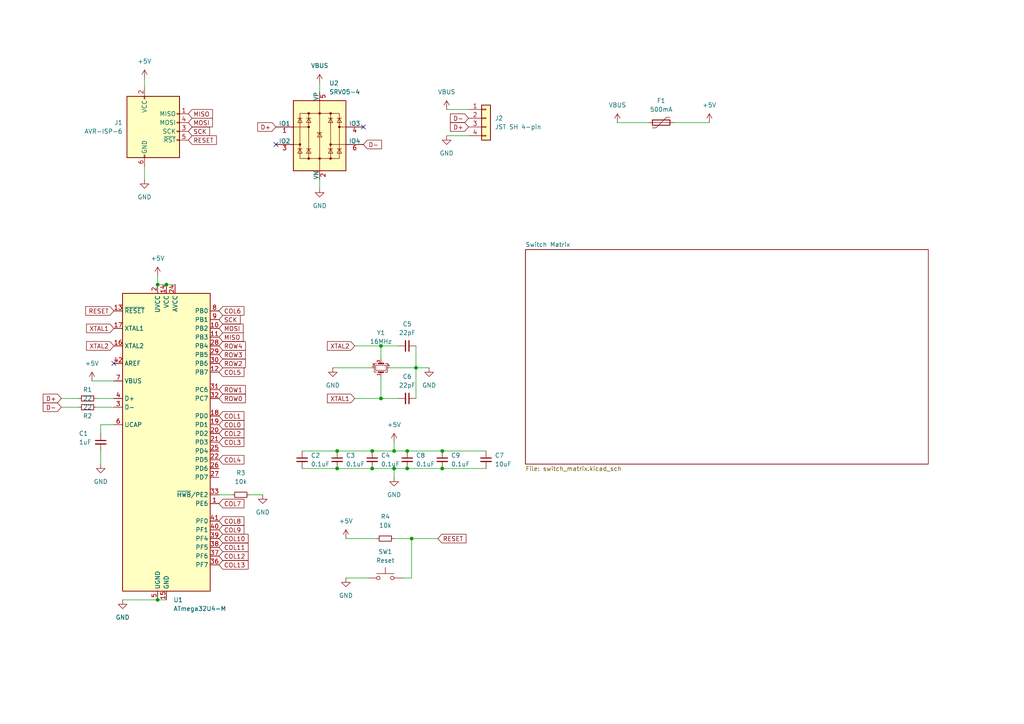
<source format=kicad_sch>
(kicad_sch (version 20211123) (generator eeschema)
  (paper "A4")
  (lib_symbols
    (symbol "Connector:AVR-ISP-6" (pin_names (offset 1.016))
      (property "Reference" "J" (at -6.35 11.43 0))
      (property "Value" "AVR-ISP-6" (at 0 11.43 0))
      (symbol "AVR-ISP-6_0_1"
        (rectangle (start -2.667 -6.858) (end -2.413 -7.62))
        (rectangle (start -2.667 10.16) (end -2.413 9.398))
        (rectangle (start 7.62 -2.413) (end 6.858 -2.667))
        (rectangle (start 7.62 0.127) (end 6.858 -0.127))
        (rectangle (start 7.62 2.667) (end 6.858 2.413))
        (rectangle (start 7.62 5.207) (end 6.858 4.953))
        (rectangle (start 7.62 10.16) (end -7.62 -7.62) (stroke (width 0.254)) (fill (type background)))
      )
      (symbol "AVR-ISP-6_1_1"
        (pin passive line (at 10.16 5.08 180) (length 2.54) (name "MISO") (number "1"))
        (pin passive line (at -2.54 12.7 270) (length 2.54) (name "VCC") (number "2"))
        (pin passive line (at 10.16 0 180) (length 2.54) (name "SCK") (number "3"))
        (pin passive line (at 10.16 2.54 180) (length 2.54) (name "MOSI") (number "4"))
        (pin passive line (at 10.16 -2.54 180) (length 2.54) (name "~{RST}") (number "5"))
        (pin passive line (at -2.54 -10.16 90) (length 2.54) (name "GND") (number "6"))
      )
    )
    (symbol "Connector_Generic:Conn_01x04" (pin_names (offset 1.016) hide)
      (property "Reference" "J" (at 0 5.08 0))
      (property "Value" "Conn_01x04" (at 0 -7.62 0))
      (symbol "Conn_01x04_1_1"
        (rectangle (start -1.27 -4.953) (end 0 -5.207) (stroke (width 0.1524)))
        (rectangle (start -1.27 -2.413) (end 0 -2.667) (stroke (width 0.1524)))
        (rectangle (start -1.27 0.127) (end 0 -0.127) (stroke (width 0.1524)))
        (rectangle (start -1.27 2.667) (end 0 2.413) (stroke (width 0.1524)))
        (rectangle (start -1.27 3.81) (end 1.27 -6.35) (stroke (width 0.254)) (fill (type background)))
        (pin passive line (at -5.08 2.54 0) (length 3.81) (name "Pin_1") (number "1"))
        (pin passive line (at -5.08 0 0) (length 3.81) (name "Pin_2") (number "2"))
        (pin passive line (at -5.08 -2.54 0) (length 3.81) (name "Pin_3") (number "3"))
        (pin passive line (at -5.08 -5.08 0) (length 3.81) (name "Pin_4") (number "4"))
      )
    )
    (symbol "Device:C_Small" (pin_numbers hide) (pin_names (offset 0.254) hide)
      (property "Reference" "C" (at 0.254 1.778 0))
      (property "Value" "C_Small" (at 0.254 -2.032 0))
      (symbol "C_Small_0_1"
        (polyline (pts (xy -1.524 -0.508) (xy 1.524 -0.508)) (stroke (width 0.3302)))
        (polyline (pts (xy -1.524 0.508) (xy 1.524 0.508)) (stroke (width 0.3048)))
      )
      (symbol "C_Small_1_1"
        (pin passive line (at 0 2.54 270) (length 2.032) (name "~") (number "1"))
        (pin passive line (at 0 -2.54 90) (length 2.032) (name "~") (number "2"))
      )
    )
    (symbol "Device:Crystal_GND24_Small" (pin_names (offset 1.016) hide)
      (property "Reference" "Y" (at 1.27 4.445 0))
      (property "Value" "Crystal_GND24_Small" (at 1.27 2.54 0))
      (symbol "Crystal_GND24_Small_0_1"
        (rectangle (start -0.762 -1.524) (end 0.762 1.524))
        (polyline (pts (xy -1.27 -0.762) (xy -1.27 0.762)) (stroke (width 0.381)))
        (polyline (pts (xy 1.27 -0.762) (xy 1.27 0.762)) (stroke (width 0.381)))
        (polyline (pts (xy -1.27 -1.27) (xy -1.27 -1.905) (xy 1.27 -1.905) (xy 1.27 -1.27)))
        (polyline (pts (xy -1.27 1.27) (xy -1.27 1.905) (xy 1.27 1.905) (xy 1.27 1.27)))
      )
      (symbol "Crystal_GND24_Small_1_1"
        (pin passive line (at -2.54 0 0) (length 1.27) (name "1") (number "1"))
        (pin passive line (at 0 -2.54 90) (length 0.635) (name "2") (number "2"))
        (pin passive line (at 2.54 0 180) (length 1.27) (name "3") (number "3"))
        (pin passive line (at 0 2.54 270) (length 0.635) (name "4") (number "4"))
      )
    )
    (symbol "Device:Polyfuse" (pin_numbers hide) (pin_names (offset 0))
      (property "Reference" "F" (at -2.54 0 90))
      (property "Value" "Polyfuse" (at 2.54 0 90))
      (symbol "Polyfuse_0_1"
        (rectangle (start -0.762 2.54) (end 0.762 -2.54) (stroke (width 0.254)))
        (polyline (pts (xy 0 2.54) (xy 0 -2.54)))
        (polyline (pts (xy -1.524 2.54) (xy -1.524 1.524) (xy 1.524 -1.524) (xy 1.524 -2.54)))
      )
      (symbol "Polyfuse_1_1"
        (pin passive line (at 0 3.81 270) (length 1.27) (name "~") (number "1"))
        (pin passive line (at 0 -3.81 90) (length 1.27) (name "~") (number "2"))
      )
    )
    (symbol "Device:R_Small" (pin_numbers hide) (pin_names (offset 0.254) hide)
      (property "Reference" "R" (at 0.762 0.508 0))
      (property "Value" "R_Small" (at 0.762 -1.016 0))
      (symbol "R_Small_0_1"
        (rectangle (start -0.762 1.778) (end 0.762 -1.778) (stroke (width 0.2032)))
      )
      (symbol "R_Small_1_1"
        (pin passive line (at 0 2.54 270) (length 0.762) (name "~") (number "1"))
        (pin passive line (at 0 -2.54 90) (length 0.762) (name "~") (number "2"))
      )
    )
    (symbol "MCU_Microchip_ATmega:ATmega32U4-M"
      (property "Reference" "U" (at -12.7 44.45 0))
      (property "Value" "ATmega32U4-M" (at 2.54 -44.45 0))
      (symbol "ATmega32U4-M_0_1"
        (rectangle (start -12.7 -43.18) (end 12.7 43.18) (stroke (width 0.254)) (fill (type background)))
      )
      (symbol "ATmega32U4-M_1_1"
        (pin bidirectional line (at 15.24 -17.78 180) (length 2.54) (name "PE6") (number "1"))
        (pin bidirectional line (at 15.24 33.02 180) (length 2.54) (name "PB2") (number "10"))
        (pin bidirectional line (at 15.24 30.48 180) (length 2.54) (name "PB3") (number "11"))
        (pin bidirectional line (at 15.24 20.32 180) (length 2.54) (name "PB7") (number "12"))
        (pin input line (at -15.24 38.1 0) (length 2.54) (name "~{RESET}") (number "13"))
        (pin power_in line (at 0 45.72 270) (length 2.54) (name "VCC") (number "14"))
        (pin power_in line (at 0 -45.72 90) (length 2.54) (name "GND") (number "15"))
        (pin output line (at -15.24 27.94 0) (length 2.54) (name "XTAL2") (number "16"))
        (pin input line (at -15.24 33.02 0) (length 2.54) (name "XTAL1") (number "17"))
        (pin bidirectional line (at 15.24 7.62 180) (length 2.54) (name "PD0") (number "18"))
        (pin bidirectional line (at 15.24 5.08 180) (length 2.54) (name "PD1") (number "19"))
        (pin power_in line (at -2.54 45.72 270) (length 2.54) (name "UVCC") (number "2"))
        (pin bidirectional line (at 15.24 2.54 180) (length 2.54) (name "PD2") (number "20"))
        (pin bidirectional line (at 15.24 0 180) (length 2.54) (name "PD3") (number "21"))
        (pin bidirectional line (at 15.24 -5.08 180) (length 2.54) (name "PD5") (number "22"))
        (pin passive line (at 0 -45.72 90) (length 2.54) hide (name "GND") (number "23"))
        (pin power_in line (at 2.54 45.72 270) (length 2.54) (name "AVCC") (number "24"))
        (pin bidirectional line (at 15.24 -2.54 180) (length 2.54) (name "PD4") (number "25"))
        (pin bidirectional line (at 15.24 -7.62 180) (length 2.54) (name "PD6") (number "26"))
        (pin bidirectional line (at 15.24 -10.16 180) (length 2.54) (name "PD7") (number "27"))
        (pin bidirectional line (at 15.24 27.94 180) (length 2.54) (name "PB4") (number "28"))
        (pin bidirectional line (at 15.24 25.4 180) (length 2.54) (name "PB5") (number "29"))
        (pin bidirectional line (at -15.24 10.16 0) (length 2.54) (name "D-") (number "3"))
        (pin bidirectional line (at 15.24 22.86 180) (length 2.54) (name "PB6") (number "30"))
        (pin bidirectional line (at 15.24 15.24 180) (length 2.54) (name "PC6") (number "31"))
        (pin bidirectional line (at 15.24 12.7 180) (length 2.54) (name "PC7") (number "32"))
        (pin bidirectional line (at 15.24 -15.24 180) (length 2.54) (name "~{HWB}/PE2") (number "33"))
        (pin passive line (at 0 45.72 270) (length 2.54) hide (name "VCC") (number "34"))
        (pin passive line (at 0 -45.72 90) (length 2.54) hide (name "GND") (number "35"))
        (pin bidirectional line (at 15.24 -35.56 180) (length 2.54) (name "PF7") (number "36"))
        (pin bidirectional line (at 15.24 -33.02 180) (length 2.54) (name "PF6") (number "37"))
        (pin bidirectional line (at 15.24 -30.48 180) (length 2.54) (name "PF5") (number "38"))
        (pin bidirectional line (at 15.24 -27.94 180) (length 2.54) (name "PF4") (number "39"))
        (pin bidirectional line (at -15.24 12.7 0) (length 2.54) (name "D+") (number "4"))
        (pin bidirectional line (at 15.24 -25.4 180) (length 2.54) (name "PF1") (number "40"))
        (pin bidirectional line (at 15.24 -22.86 180) (length 2.54) (name "PF0") (number "41"))
        (pin passive line (at -15.24 22.86 0) (length 2.54) (name "AREF") (number "42"))
        (pin passive line (at 0 -45.72 90) (length 2.54) hide (name "GND") (number "43"))
        (pin passive line (at 2.54 45.72 270) (length 2.54) hide (name "AVCC") (number "44"))
        (pin passive line (at 0 -45.72 90) (length 2.54) hide (name "GND") (number "45"))
        (pin passive line (at -2.54 -45.72 90) (length 2.54) (name "UGND") (number "5"))
        (pin passive line (at -15.24 5.08 0) (length 2.54) (name "UCAP") (number "6"))
        (pin input line (at -15.24 17.78 0) (length 2.54) (name "VBUS") (number "7"))
        (pin bidirectional line (at 15.24 38.1 180) (length 2.54) (name "PB0") (number "8"))
        (pin bidirectional line (at 15.24 35.56 180) (length 2.54) (name "PB1") (number "9"))
      )
    )
    (symbol "Power_Protection:SRV05-4" (pin_names (offset 0))
      (property "Reference" "U" (at -5.08 11.43 0))
      (property "Value" "SRV05-4" (at 2.54 11.43 0))
      (symbol "SRV05-4_0_0"
        (rectangle (start -5.715 6.477) (end 5.715 -6.604))
        (polyline (pts (xy -3.175 -6.604) (xy -3.175 6.477)))
        (polyline (pts (xy 3.175 6.477) (xy 3.175 -6.604)))
      )
      (symbol "SRV05-4_0_1"
        (rectangle (start -7.62 10.16) (end 7.62 -10.16) (stroke (width 0.254)) (fill (type background)))
        (circle (center -5.715 -2.54) (radius 0.2794) (fill (type outline)))
        (circle (center -3.175 -6.604) (radius 0.2794) (fill (type outline)))
        (circle (center -3.175 2.54) (radius 0.2794) (fill (type outline)))
        (circle (center -3.175 6.477) (radius 0.2794) (fill (type outline)))
        (circle (center 0 -6.604) (radius 0.2794) (fill (type outline)))
        (polyline (pts (xy -7.747 2.54) (xy -3.175 2.54)))
        (polyline (pts (xy -7.62 -2.54) (xy -5.715 -2.54)))
        (polyline (pts (xy -5.08 -3.81) (xy -6.35 -3.81)))
        (polyline (pts (xy -5.08 5.08) (xy -6.35 5.08)))
        (polyline (pts (xy -2.54 -3.81) (xy -3.81 -3.81)))
        (polyline (pts (xy -2.54 5.08) (xy -3.81 5.08)))
        (polyline (pts (xy 0 10.16) (xy 0 -10.16)))
        (polyline (pts (xy 3.81 -3.81) (xy 2.54 -3.81)))
        (polyline (pts (xy 3.81 5.08) (xy 2.54 5.08)))
        (polyline (pts (xy 6.35 -3.81) (xy 5.08 -3.81)))
        (polyline (pts (xy 6.35 5.08) (xy 5.08 5.08)))
        (polyline (pts (xy 7.62 -2.54) (xy 3.175 -2.54)))
        (polyline (pts (xy 7.62 2.54) (xy 5.715 2.54)))
        (polyline (pts (xy 0.635 0.889) (xy -0.635 0.889) (xy -0.635 0.635)))
        (polyline (pts (xy -5.08 -5.08) (xy -6.35 -5.08) (xy -5.715 -3.81) (xy -5.08 -5.08)))
        (polyline (pts (xy -5.08 3.81) (xy -6.35 3.81) (xy -5.715 5.08) (xy -5.08 3.81)))
        (polyline (pts (xy -2.54 -5.08) (xy -3.81 -5.08) (xy -3.175 -3.81) (xy -2.54 -5.08)))
        (polyline (pts (xy -2.54 3.81) (xy -3.81 3.81) (xy -3.175 5.08) (xy -2.54 3.81)))
        (polyline (pts (xy 0.635 -0.381) (xy -0.635 -0.381) (xy 0 0.889) (xy 0.635 -0.381)))
        (polyline (pts (xy 3.81 -5.08) (xy 2.54 -5.08) (xy 3.175 -3.81) (xy 3.81 -5.08)))
        (polyline (pts (xy 3.81 3.81) (xy 2.54 3.81) (xy 3.175 5.08) (xy 3.81 3.81)))
        (polyline (pts (xy 6.35 -5.08) (xy 5.08 -5.08) (xy 5.715 -3.81) (xy 6.35 -5.08)))
        (polyline (pts (xy 6.35 3.81) (xy 5.08 3.81) (xy 5.715 5.08) (xy 6.35 3.81)))
        (circle (center 0 6.477) (radius 0.2794) (fill (type outline)))
        (circle (center 3.175 -6.604) (radius 0.2794) (fill (type outline)))
        (circle (center 3.175 -2.54) (radius 0.2794) (fill (type outline)))
        (circle (center 3.175 6.477) (radius 0.2794) (fill (type outline)))
        (circle (center 5.715 2.54) (radius 0.2794) (fill (type outline)))
      )
      (symbol "SRV05-4_1_1"
        (pin passive line (at -12.7 2.54 0) (length 5.08) (name "IO1") (number "1"))
        (pin passive line (at 0 -12.7 90) (length 2.54) (name "VN") (number "2"))
        (pin passive line (at -12.7 -2.54 0) (length 5.08) (name "IO2") (number "3"))
        (pin passive line (at 12.7 2.54 180) (length 5.08) (name "IO3") (number "4"))
        (pin passive line (at 0 12.7 270) (length 2.54) (name "VP") (number "5"))
        (pin passive line (at 12.7 -2.54 180) (length 5.08) (name "IO4") (number "6"))
      )
    )
    (symbol "Switch:SW_Push" (pin_numbers hide) (pin_names (offset 1.016) hide)
      (property "Reference" "SW" (at 1.27 2.54 0))
      (property "Value" "SW_Push" (at 0 -1.524 0))
      (symbol "SW_Push_0_1"
        (circle (center -2.032 0) (radius 0.508))
        (polyline (pts (xy 0 1.27) (xy 0 3.048)))
        (polyline (pts (xy 2.54 1.27) (xy -2.54 1.27)))
        (circle (center 2.032 0) (radius 0.508))
        (pin passive line (at -5.08 0 0) (length 2.54) (name "1") (number "1"))
        (pin passive line (at 5.08 0 180) (length 2.54) (name "2") (number "2"))
      )
    )
    (symbol "power:+5V" (power) (pin_names (offset 0))
      (property "Value" "+5V" (at 0 3.556 0))
      (symbol "+5V_0_1"
        (polyline (pts (xy -0.762 1.27) (xy 0 2.54)))
        (polyline (pts (xy 0 0) (xy 0 2.54)))
        (polyline (pts (xy 0 2.54) (xy 0.762 1.27)))
      )
      (symbol "+5V_1_1"
        (pin power_in line (at 0 0 90) (length 0) hide (name "+5V") (number "1"))
      )
    )
    (symbol "power:GND" (power) (pin_names (offset 0))
      (property "Value" "GND" (at 0 -3.81 0))
      (symbol "GND_0_1"
        (polyline (pts (xy 0 0) (xy 0 -1.27) (xy 1.27 -1.27) (xy 0 -2.54) (xy -1.27 -1.27) (xy 0 -1.27)))
      )
      (symbol "GND_1_1"
        (pin power_in line (at 0 0 270) (length 0) hide (name "GND") (number "1"))
      )
    )
    (symbol "power:VBUS" (power) (pin_names (offset 0))
      (property "Value" "VBUS" (at 0 3.81 0))
      (symbol "VBUS_0_1"
        (polyline (pts (xy -0.762 1.27) (xy 0 2.54)))
        (polyline (pts (xy 0 0) (xy 0 2.54)))
        (polyline (pts (xy 0 2.54) (xy 0.762 1.27)))
      )
      (symbol "VBUS_1_1"
        (pin power_in line (at 0 0 90) (length 0) hide (name "VBUS") (number "1"))
      )
    )
  )
  (junction (at 118.11 135.89))
  (junction (at 110.49 115.57))
  (junction (at 114.3 130.81))
  (junction (at 107.95 135.89))
  (junction (at 45.72 173.99))
  (junction (at 110.49 100.33))
  (junction (at 97.79 130.81))
  (junction (at 118.11 130.81))
  (junction (at 97.79 135.89))
  (junction (at 107.95 130.81))
  (junction (at 119.38 156.21))
  (junction (at 45.72 82.55))
  (junction (at 128.27 135.89))
  (junction (at 48.26 82.55))
  (junction (at 120.65 106.68))
  (junction (at 114.3 135.89))
  (junction (at 128.27 130.81))
  (no_connect (at 33.02 105.41))
  (no_connect (at 105.41 36.83))
  (no_connect (at 80.01 41.91))
  (wire (pts (xy 128.27 130.81) (xy 140.97 130.81)))
  (wire (pts (xy 29.21 130.81) (xy 29.21 134.62)))
  (wire (pts (xy 116.84 167.64) (xy 119.38 167.64)))
  (wire (pts (xy 110.49 100.33) (xy 115.57 100.33)))
  (wire (pts (xy 119.38 156.21) (xy 127 156.21)))
  (wire (pts (xy 179.07 35.56) (xy 187.96 35.56)))
  (wire (pts (xy 41.91 22.86) (xy 41.91 25.4)))
  (wire (pts (xy 115.57 115.57) (xy 110.49 115.57)))
  (wire (pts (xy 118.11 135.89) (xy 128.27 135.89)))
  (wire (pts (xy 27.94 115.57) (xy 33.02 115.57)))
  (wire (pts (xy 100.33 156.21) (xy 109.22 156.21)))
  (wire (pts (xy 120.65 106.68) (xy 120.65 115.57)))
  (wire (pts (xy 110.49 109.22) (xy 110.49 115.57)))
  (wire (pts (xy 102.87 100.33) (xy 110.49 100.33)))
  (wire (pts (xy 27.94 118.11) (xy 33.02 118.11)))
  (wire (pts (xy 92.71 52.07) (xy 92.71 54.61)))
  (wire (pts (xy 87.63 130.81) (xy 97.79 130.81)))
  (wire (pts (xy 17.78 118.11) (xy 22.86 118.11)))
  (wire (pts (xy 29.21 123.19) (xy 29.21 125.73)))
  (wire (pts (xy 110.49 104.14) (xy 110.49 100.33)))
  (wire (pts (xy 96.52 106.68) (xy 107.95 106.68)))
  (wire (pts (xy 195.58 35.56) (xy 205.74 35.56)))
  (wire (pts (xy 48.26 82.55) (xy 50.8 82.55)))
  (wire (pts (xy 129.54 39.37) (xy 135.89 39.37)))
  (wire (pts (xy 45.72 173.99) (xy 48.26 173.99)))
  (wire (pts (xy 72.39 143.51) (xy 76.2 143.51)))
  (wire (pts (xy 129.54 31.75) (xy 135.89 31.75)))
  (wire (pts (xy 87.63 135.89) (xy 97.79 135.89)))
  (wire (pts (xy 114.3 130.81) (xy 118.11 130.81)))
  (wire (pts (xy 107.95 130.81) (xy 114.3 130.81)))
  (wire (pts (xy 63.5 143.51) (xy 67.31 143.51)))
  (wire (pts (xy 97.79 135.89) (xy 107.95 135.89)))
  (wire (pts (xy 113.03 106.68) (xy 120.65 106.68)))
  (wire (pts (xy 114.3 135.89) (xy 118.11 135.89)))
  (wire (pts (xy 26.67 110.49) (xy 33.02 110.49)))
  (wire (pts (xy 33.02 123.19) (xy 29.21 123.19)))
  (wire (pts (xy 100.33 167.64) (xy 106.68 167.64)))
  (wire (pts (xy 114.3 128.27) (xy 114.3 130.81)))
  (wire (pts (xy 17.78 115.57) (xy 22.86 115.57)))
  (wire (pts (xy 102.87 115.57) (xy 110.49 115.57)))
  (wire (pts (xy 41.91 48.26) (xy 41.91 52.07)))
  (wire (pts (xy 107.95 135.89) (xy 114.3 135.89)))
  (wire (pts (xy 35.56 173.99) (xy 45.72 173.99)))
  (wire (pts (xy 45.72 80.01) (xy 45.72 82.55)))
  (wire (pts (xy 97.79 130.81) (xy 107.95 130.81)))
  (wire (pts (xy 128.27 135.89) (xy 140.97 135.89)))
  (wire (pts (xy 120.65 100.33) (xy 120.65 106.68)))
  (wire (pts (xy 120.65 106.68) (xy 124.46 106.68)))
  (wire (pts (xy 118.11 130.81) (xy 128.27 130.81)))
  (wire (pts (xy 92.71 24.13) (xy 92.71 26.67)))
  (wire (pts (xy 114.3 135.89) (xy 114.3 138.43)))
  (wire (pts (xy 114.3 156.21) (xy 119.38 156.21)))
  (wire (pts (xy 45.72 82.55) (xy 48.26 82.55)))
  (wire (pts (xy 119.38 156.21) (xy 119.38 167.64)))
  (global_label "COL0" (shape input) (at 63.5 123.19 0) (property "Intersheet References" "${INTERSHEET_REFS}" (effects hide)))
  (global_label "MOSI" (shape input) (at 63.5 95.25 0) (property "Intersheet References" "${INTERSHEET_REFS}" (effects hide)))
  (global_label "XTAL2" (shape input) (at 33.02 100.33 180) (property "Intersheet References" "${INTERSHEET_REFS}" (effects hide)))
  (global_label "D-" (shape input) (at 105.41 41.91 0) (property "Intersheet References" "${INTERSHEET_REFS}" (effects hide)))
  (global_label "COL10" (shape input) (at 63.5 156.21 0) (property "Intersheet References" "${INTERSHEET_REFS}" (effects hide)))
  (global_label "D+" (shape input) (at 80.01 36.83 180) (property "Intersheet References" "${INTERSHEET_REFS}" (effects hide)))
  (global_label "XTAL2" (shape input) (at 102.87 100.33 180) (property "Intersheet References" "${INTERSHEET_REFS}" (effects hide)))
  (global_label "RESET" (shape input) (at 33.02 90.17 180) (property "Intersheet References" "${INTERSHEET_REFS}" (effects hide)))
  (global_label "COL6" (shape input) (at 63.5 90.17 0) (property "Intersheet References" "${INTERSHEET_REFS}" (effects hide)))
  (global_label "COL13" (shape input) (at 63.5 163.83 0) (property "Intersheet References" "${INTERSHEET_REFS}" (effects hide)))
  (global_label "ROW3" (shape input) (at 63.5 102.87 0) (property "Intersheet References" "${INTERSHEET_REFS}" (effects hide)))
  (global_label "D+" (shape input) (at 17.78 115.57 180) (property "Intersheet References" "${INTERSHEET_REFS}" (effects hide)))
  (global_label "D+" (shape input) (at 135.89 36.83 180) (property "Intersheet References" "${INTERSHEET_REFS}" (effects hide)))
  (global_label "ROW0" (shape input) (at 63.5 115.57 0) (property "Intersheet References" "${INTERSHEET_REFS}" (effects hide)))
  (global_label "SCK" (shape input) (at 54.61 38.1 0) (property "Intersheet References" "${INTERSHEET_REFS}" (effects hide)))
  (global_label "ROW1" (shape input) (at 63.5 113.03 0) (property "Intersheet References" "${INTERSHEET_REFS}" (effects hide)))
  (global_label "RESET" (shape input) (at 54.61 40.64 0) (property "Intersheet References" "${INTERSHEET_REFS}" (effects hide)))
  (global_label "MISO" (shape input) (at 63.5 97.79 0) (property "Intersheet References" "${INTERSHEET_REFS}" (effects hide)))
  (global_label "COL8" (shape input) (at 63.5 151.13 0) (property "Intersheet References" "${INTERSHEET_REFS}" (effects hide)))
  (global_label "COL4" (shape input) (at 63.5 133.35 0) (property "Intersheet References" "${INTERSHEET_REFS}" (effects hide)))
  (global_label "D-" (shape input) (at 17.78 118.11 180) (property "Intersheet References" "${INTERSHEET_REFS}" (effects hide)))
  (global_label "ROW2" (shape input) (at 63.5 105.41 0) (property "Intersheet References" "${INTERSHEET_REFS}" (effects hide)))
  (global_label "D-" (shape input) (at 135.89 34.29 180) (property "Intersheet References" "${INTERSHEET_REFS}" (effects hide)))
  (global_label "COL1" (shape input) (at 63.5 120.65 0) (property "Intersheet References" "${INTERSHEET_REFS}" (effects hide)))
  (global_label "ROW4" (shape input) (at 63.5 100.33 0) (property "Intersheet References" "${INTERSHEET_REFS}" (effects hide)))
  (global_label "SCK" (shape input) (at 63.5 92.71 0) (property "Intersheet References" "${INTERSHEET_REFS}" (effects hide)))
  (global_label "COL3" (shape input) (at 63.5 128.27 0) (property "Intersheet References" "${INTERSHEET_REFS}" (effects hide)))
  (global_label "XTAL1" (shape input) (at 33.02 95.25 180) (property "Intersheet References" "${INTERSHEET_REFS}" (effects hide)))
  (global_label "MISO" (shape input) (at 54.61 33.02 0) (property "Intersheet References" "${INTERSHEET_REFS}" (effects hide)))
  (global_label "XTAL1" (shape input) (at 102.87 115.57 180) (property "Intersheet References" "${INTERSHEET_REFS}" (effects hide)))
  (global_label "COL5" (shape input) (at 63.5 107.95 0) (property "Intersheet References" "${INTERSHEET_REFS}" (effects hide)))
  (global_label "COL9" (shape input) (at 63.5 153.67 0) (property "Intersheet References" "${INTERSHEET_REFS}" (effects hide)))
  (global_label "COL11" (shape input) (at 63.5 158.75 0) (property "Intersheet References" "${INTERSHEET_REFS}" (effects hide)))
  (global_label "COL12" (shape input) (at 63.5 161.29 0) (property "Intersheet References" "${INTERSHEET_REFS}" (effects hide)))
  (global_label "COL7" (shape input) (at 63.5 146.05 0) (property "Intersheet References" "${INTERSHEET_REFS}" (effects hide)))
  (global_label "COL2" (shape input) (at 63.5 125.73 0) (property "Intersheet References" "${INTERSHEET_REFS}" (effects hide)))
  (global_label "MOSI" (shape input) (at 54.61 35.56 0) (property "Intersheet References" "${INTERSHEET_REFS}" (effects hide)))
  (global_label "RESET" (shape input) (at 127 156.21 0) (property "Intersheet References" "${INTERSHEET_REFS}" (effects hide)))
  (symbol (lib_id "MCU_Microchip_ATmega:ATmega32U4-M") (at 48.26 128.27 0) (unit 1)
    (property "Reference" "U1" (at 50.2794 173.99 0) (effects (justify left)))
    (property "Value" "ATmega32U4-M" (at 50.2794 176.53 0) (effects (justify left)))
    (property "Footprint" "Package_DFN_QFN:QFN-44-1EP_7x7mm_P0.5mm_EP5.2x5.2mm" (effects hide))
    (property "Datasheet" "http://ww1.microchip.com/downloads/en/DeviceDoc/Atmel-7766-8-bit-AVR-ATmega16U4-32U4_Datasheet.pdf" (effects hide))
  )
  (symbol (lib_id "power:GND") (at 124.46 106.68 0) (unit 1)
    (property "Reference" "#PWR0105" (effects hide))
    (property "Value" "GND" (at 124.46 111.76 0))
  )
  (symbol (lib_id "Device:C_Small") (at 128.27 133.35 0) (unit 1)
    (property "Reference" "C9" (at 130.81 132.0862 0) (effects (justify left)))
    (property "Value" "0.1uF" (at 130.81 134.6262 0) (effects (justify left)))
    (property "Footprint" "Capacitor_SMD:C_0805_2012Metric" (effects hide))
  )
  (symbol (lib_id "power:+5V") (at 41.91 22.86 0) (unit 1)
    (property "Reference" "#PWR0113" (effects hide))
    (property "Value" "+5V" (at 41.91 17.78 0))
  )
  (symbol (lib_id "Switch:SW_Push") (at 111.76 167.64 0) (unit 1)
    (property "Reference" "SW1" (at 111.76 160.02 0))
    (property "Value" "Reset" (at 111.76 162.56 0))
    (property "Footprint" "random-keyboard-parts:SKQG-1155865" (effects hide))
  )
  (symbol (lib_id "Device:R_Small") (at 69.85 143.51 90) (unit 1)
    (property "Reference" "R3" (at 69.85 137.16 90))
    (property "Value" "10k" (at 69.85 139.7 90))
    (property "Footprint" "Resistor_SMD:R_0805_2012Metric" (effects hide))
  )
  (symbol (lib_id "power:GND") (at 114.3 138.43 0) (unit 1)
    (property "Reference" "#PWR0107" (effects hide))
    (property "Value" "GND" (at 114.3 143.51 0))
  )
  (symbol (lib_id "power:GND") (at 76.2 143.51 0) (unit 1)
    (property "Reference" "#PWR0102" (effects hide))
    (property "Value" "GND" (at 76.2 148.59 0))
  )
  (symbol (lib_id "power:+5V") (at 100.33 156.21 0) (unit 1)
    (property "Reference" "#PWR0109" (effects hide))
    (property "Value" "+5V" (at 100.33 151.13 0))
  )
  (symbol (lib_id "Device:C_Small") (at 107.95 133.35 0) (unit 1)
    (property "Reference" "C4" (at 110.49 132.0862 0) (effects (justify left)))
    (property "Value" "0.1uF" (at 110.49 134.6262 0) (effects (justify left)))
    (property "Footprint" "Capacitor_SMD:C_0805_2012Metric" (effects hide))
  )
  (symbol (lib_id "Device:Crystal_GND24_Small") (at 110.49 106.68 270) (mirror x) (unit 1)
    (property "Reference" "Y1" (at 110.49 96.52 90))
    (property "Value" "16MHz" (at 110.49 99.06 90))
    (property "Footprint" "Crystal:Crystal_SMD_3225-4Pin_3.2x2.5mm" (effects hide))
  )
  (symbol (lib_id "power:VBUS") (at 92.71 24.13 0) (unit 1)
    (property "Reference" "#PWR0116" (effects hide))
    (property "Value" "VBUS" (at 92.71 19.05 0))
  )
  (symbol (lib_id "power:+5V") (at 45.72 80.01 0) (unit 1)
    (property "Reference" "#PWR0111" (effects hide))
    (property "Value" "+5V" (at 45.72 74.93 0))
  )
  (symbol (lib_id "power:VBUS") (at 129.54 31.75 0) (unit 1)
    (property "Reference" "#PWR0114" (effects hide))
    (property "Value" "VBUS" (at 129.54 26.67 0))
  )
  (symbol (lib_id "Connector_Generic:Conn_01x04") (at 140.97 34.29 0) (unit 1)
    (property "Reference" "J2" (at 143.51 34.2899 0) (effects (justify left)))
    (property "Value" "JST SH 4-pin" (at 143.51 36.8299 0) (effects (justify left)))
    (property "Footprint" "random-keyboard-parts:JST-SR-4" (effects hide))
  )
  (symbol (lib_id "power:GND") (at 92.71 54.61 0) (unit 1)
    (property "Reference" "#PWR0117" (effects hide))
    (property "Value" "GND" (at 92.71 59.69 0))
  )
  (symbol (lib_id "Device:C_Small") (at 140.97 133.35 0) (unit 1)
    (property "Reference" "C7" (at 143.51 132.0862 0) (effects (justify left)))
    (property "Value" "10uF" (at 143.51 134.6262 0) (effects (justify left)))
    (property "Footprint" "Capacitor_SMD:C_0805_2012Metric" (effects hide))
  )
  (symbol (lib_id "Connector:AVR-ISP-6") (at 44.45 38.1 0) (unit 1)
    (property "Reference" "J1" (at 35.56 35.5599 0) (effects (justify right)))
    (property "Value" "AVR-ISP-6" (at 35.56 38.0999 0) (effects (justify right)))
    (property "Footprint" "random-keyboard-parts:Reset_Pretty" (effects hide))
    (property "Datasheet" " ~" (effects hide))
  )
  (symbol (lib_id "Device:C_Small") (at 118.11 100.33 270) (unit 1)
    (property "Reference" "C5" (at 118.1036 93.98 90))
    (property "Value" "22pF" (at 118.1036 96.52 90))
    (property "Footprint" "Capacitor_SMD:C_0805_2012Metric" (effects hide))
  )
  (symbol (lib_id "Device:C_Small") (at 87.63 133.35 0) (unit 1)
    (property "Reference" "C2" (at 90.17 132.0862 0) (effects (justify left)))
    (property "Value" "0.1uF" (at 90.17 134.6262 0) (effects (justify left)))
    (property "Footprint" "Capacitor_SMD:C_0805_2012Metric" (effects hide))
  )
  (symbol (lib_id "Device:C_Small") (at 118.11 133.35 0) (unit 1)
    (property "Reference" "C8" (at 120.65 132.0862 0) (effects (justify left)))
    (property "Value" "0.1uF" (at 120.65 134.6262 0) (effects (justify left)))
    (property "Footprint" "Capacitor_SMD:C_0805_2012Metric" (effects hide))
  )
  (symbol (lib_id "Power_Protection:SRV05-4") (at 92.71 39.37 0) (unit 1)
    (property "Reference" "U2" (at 95.4787 24.13 0) (effects (justify left)))
    (property "Value" "SRV05-4" (at 95.4787 26.67 0) (effects (justify left)))
    (property "Footprint" "Package_TO_SOT_SMD:SOT-23-6" (effects hide))
    (property "Datasheet" "http://www.onsemi.com/pub/Collateral/SRV05-4-D.PDF" (effects hide))
  )
  (symbol (lib_id "Device:R_Small") (at 25.4 118.11 90) (unit 1)
    (property "Reference" "R2" (at 25.4 120.65 90))
    (property "Value" "22" (at 25.4 118.11 90))
    (property "Footprint" "Resistor_SMD:R_0805_2012Metric" (effects hide))
  )
  (symbol (lib_id "Device:Polyfuse") (at 191.77 35.56 90) (unit 1)
    (property "Reference" "F1" (at 191.77 29.21 90))
    (property "Value" "500mA" (at 191.77 31.75 90))
    (property "Footprint" "Fuse:Fuse_1206_3216Metric" (effects hide))
  )
  (symbol (lib_id "power:GND") (at 100.33 167.64 0) (unit 1)
    (property "Reference" "#PWR0108" (effects hide))
    (property "Value" "GND" (at 100.33 172.72 0))
  )
  (symbol (lib_id "Device:C_Small") (at 97.79 133.35 0) (unit 1)
    (property "Reference" "C3" (at 100.33 132.0862 0) (effects (justify left)))
    (property "Value" "0.1uF" (at 100.33 134.6262 0) (effects (justify left)))
    (property "Footprint" "Capacitor_SMD:C_0805_2012Metric" (effects hide))
  )
  (symbol (lib_id "power:GND") (at 41.91 52.07 0) (unit 1)
    (property "Reference" "#PWR0112" (effects hide))
    (property "Value" "GND" (at 41.91 57.15 0))
  )
  (symbol (lib_id "power:GND") (at 29.21 134.62 0) (unit 1)
    (property "Reference" "#PWR0103" (effects hide))
    (property "Value" "GND" (at 29.21 139.7 0))
  )
  (symbol (lib_id "power:+5V") (at 205.74 35.56 0) (unit 1)
    (property "Reference" "#PWR0119" (effects hide))
    (property "Value" "+5V" (at 205.74 30.48 0))
  )
  (symbol (lib_id "Device:C_Small") (at 118.11 115.57 270) (unit 1)
    (property "Reference" "C6" (at 118.1036 109.22 90))
    (property "Value" "22pF" (at 118.1036 111.76 90))
    (property "Footprint" "Capacitor_SMD:C_0805_2012Metric" (effects hide))
  )
  (symbol (lib_id "Device:R_Small") (at 25.4 115.57 90) (unit 1)
    (property "Reference" "R1" (at 25.4 113.03 90))
    (property "Value" "22" (at 25.4 115.57 90))
    (property "Footprint" "Resistor_SMD:R_0805_2012Metric" (effects hide))
  )
  (symbol (lib_id "Device:R_Small") (at 111.76 156.21 90) (unit 1)
    (property "Reference" "R4" (at 111.76 149.86 90))
    (property "Value" "10k" (at 111.76 152.4 90))
    (property "Footprint" "Resistor_SMD:R_0805_2012Metric" (effects hide))
  )
  (symbol (lib_id "power:GND") (at 129.54 39.37 0) (unit 1)
    (property "Reference" "#PWR0115" (effects hide))
    (property "Value" "GND" (at 129.54 44.45 0))
  )
  (symbol (lib_id "power:+5V") (at 114.3 128.27 0) (unit 1)
    (property "Reference" "#PWR0106" (effects hide))
    (property "Value" "+5V" (at 114.3 123.19 0))
  )
  (symbol (lib_id "power:GND") (at 96.52 106.68 0) (unit 1)
    (property "Reference" "#PWR0104" (effects hide))
    (property "Value" "GND" (at 96.52 111.76 0))
  )
  (symbol (lib_id "power:GND") (at 35.56 173.99 0) (unit 1)
    (property "Reference" "#PWR0101" (effects hide))
    (property "Value" "GND" (at 35.56 179.07 0))
  )
  (symbol (lib_id "Device:C_Small") (at 29.21 128.27 0) (unit 1)
    (property "Reference" "C1" (at 22.86 125.73 0) (effects (justify left)))
    (property "Value" "1uF" (at 22.86 128.27 0) (effects (justify left)))
    (property "Footprint" "Capacitor_SMD:C_0805_2012Metric" (effects hide))
  )
  (symbol (lib_id "power:+5V") (at 26.67 110.49 0) (unit 1)
    (property "Reference" "#PWR0110" (effects hide))
    (property "Value" "+5V" (at 26.67 105.41 0))
  )
  (symbol (lib_id "power:VBUS") (at 179.07 35.56 0) (unit 1)
    (property "Reference" "#PWR0118" (effects hide))
    (property "Value" "VBUS" (at 179.07 30.48 0))
  )
  (sheet (at 152.4 72.39) (size 116.84 62.23) (stroke (width 0.1524))
    (property "Sheet name" "Switch Matrix" (at 152.4 71.6784 0) (effects (justify left bottom)))
    (property "Sheet file" "switch_matrix.kicad_sch" (at 152.4 135.2046 0) (effects (justify left top)))
  )
)
</source>
